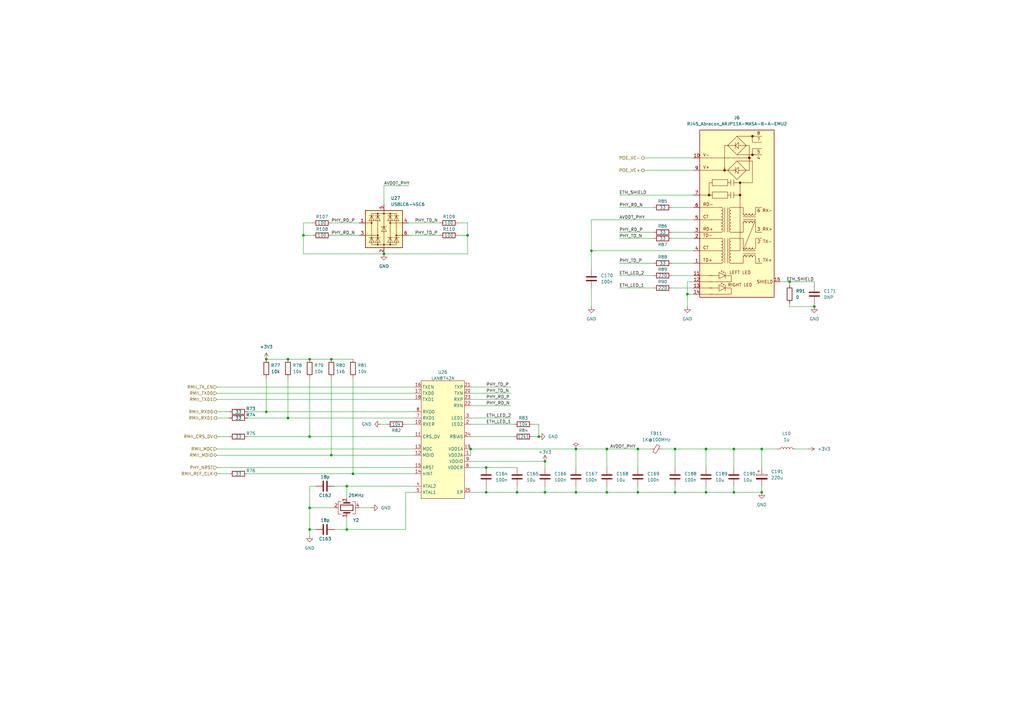
<source format=kicad_sch>
(kicad_sch (version 20211123) (generator eeschema)
  (paper "A3")
  (title_block (title "Kirdy") (date "2022-07-03") (rev "r0.1") (company "M-Labs") (comment 1 "Alex Wong Tat Hang"))
  (lib_symbols
    (symbol "Connector:RJ45_Abracon_ARJP11A-MASA-B-A-EMU2" (pin_names (offset 1.016) hide)
      (property "Reference" "J" (at 0 -38.1 0))
      (property "Value" "RJ45_Abracon_ARJP11A-MASA-B-A-EMU2" (at 0 -35.56 0))
      (symbol "RJ45_Abracon_ARJP11A-MASA-B-A-EMU2_0_0"
        (rectangle (start -15.24 -34.29) (end 15.24 34.29) (stroke (width 0.254)) (fill (type background)))
        (rectangle (start -3.81 8.89) (end -10.16 6.35))
        (polyline (pts (xy -15.24 -33.02) (xy -10.16 -33.02)))
        (polyline (pts (xy -15.24 -30.48) (xy -10.16 -30.48)))
        (polyline (pts (xy -15.24 -27.94) (xy -10.16 -27.94)))
        (polyline (pts (xy -15.24 -25.4) (xy -10.16 -25.4)))
        (polyline (pts (xy -15.24 -20.32) (xy -10.16 -20.32)))
        (polyline (pts (xy -15.24 -15.24) (xy -10.16 -15.24)))
        (polyline (pts (xy -15.24 -10.16) (xy -10.16 -10.16)))
        (polyline (pts (xy -15.24 -7.62) (xy -10.16 -7.62)))
        (polyline (pts (xy -15.24 -2.54) (xy -10.16 -2.54)))
        (polyline (pts (xy -15.24 2.54) (xy -10.16 2.54)))
        (polyline (pts (xy -15.24 22.86) (xy 5.08 22.86)))
        (polyline (pts (xy -11.43 7.62) (xy -15.24 7.62)))
        (polyline (pts (xy -11.176 -25.4) (xy -7.366 -25.4)))
        (polyline (pts (xy -10.16 7.62) (xy -11.43 7.62)))
        (polyline (pts (xy -5.08 17.78) (xy -15.24 17.78)))
        (polyline (pts (xy -5.08 17.78) (xy -3.81 17.78)))
        (polyline (pts (xy -5.08 19.05) (xy -5.08 17.78)))
        (polyline (pts (xy -3.81 7.62) (xy -2.54 7.62)))
        (polyline (pts (xy -3.81 12.7) (xy -2.54 12.7)))
        (polyline (pts (xy -2.54 8.89) (xy -2.54 6.35)))
        (polyline (pts (xy -1.27 8.89) (xy -1.27 6.35)))
        (polyline (pts (xy -1.27 13.97) (xy -1.27 11.43)))
        (polyline (pts (xy 0 21.59) (xy 6.35 21.59)))
        (polyline (pts (xy 0 24.13) (xy 10.16 24.13)))
        (polyline (pts (xy 0 31.75) (xy 10.16 31.75)))
        (polyline (pts (xy 1.27 10.16) (xy 1.27 12.7)))
        (polyline (pts (xy -10.16 12.7) (xy -11.43 12.7) (xy -11.43 7.62)))
        (polyline (pts (xy -3.81 27.94) (xy -5.08 27.94) (xy -5.08 17.78)))
        (polyline (pts (xy -1.27 12.7) (xy 0 12.7) (xy 1.27 12.7)))
        (polyline (pts (xy 1.27 12.7) (xy 6.35 12.7) (xy 6.35 21.59)))
        (polyline (pts (xy 6.35 24.13) (xy 6.35 26.67) (xy 10.16 26.67)))
        (polyline (pts (xy 6.35 31.75) (xy 6.35 29.21) (xy 10.16 29.21)))
        (polyline (pts (xy -4.826 -25.4) (xy -2.286 -25.4) (xy -2.286 -27.94) (xy -11.176 -27.94)))
        (polyline (pts (xy -2.54 -15.24) (xy -1.27 -15.24) (xy 1.27 -15.24) (xy 1.27 10.16)))
        (polyline (pts (xy 3.81 17.78) (xy 5.08 17.78) (xy 5.08 27.94) (xy 3.81 27.94)))
        (polyline (pts (xy -3.81 17.78) (xy 0 13.97) (xy 3.81 17.78) (xy 0 21.59) (xy -3.81 17.78)))
        (circle (center 1.27 7.62) (radius 0.0001) (stroke (width 0.508)))
        (text "1 TX+" (at 11.43 -19.05 0) (effects (font (size 1.27 1.27))))
        (text "2 TX-" (at 11.43 -11.43 0) (effects (font (size 1.27 1.27))))
        (text "3 RX+" (at 11.43 -6.35 0) (effects (font (size 1.27 1.27))))
        (text "4" (at 8.89 22.86 0) (effects (font (size 1.27 1.27))))
        (text "5" (at 8.89 25.4 0) (effects (font (size 1.27 1.27))))
        (text "6 RX-" (at 11.43 1.27 0) (effects (font (size 1.27 1.27))))
        (text "7" (at 8.89 30.48 0) (effects (font (size 1.27 1.27))))
        (text "8" (at 8.89 33.02 0) (effects (font (size 1.27 1.27))))
        (text "CT" (at -13.97 -1.27 0) (effects (font (size 1.27 1.27)) (justify left)))
        (text "LEFT LED" (at 1.27 -24.13 0) (effects (font (size 1.27 1.27))))
        (text "RD-" (at -13.97 3.81 0) (effects (font (size 1.27 1.27)) (justify left)))
        (text "SHIELD" (at 11.43 -27.94 0) (effects (font (size 1.27 1.27))))
        (text "V+" (at -13.97 19.05 0) (effects (font (size 1.27 1.27)) (justify left)))
        (text "V-" (at -13.97 24.13 0) (effects (font (size 1.27 1.27)) (justify left)))
      )
      (symbol "RJ45_Abracon_ARJP11A-MASA-B-A-EMU2_0_1"
        (arc (start -6.35 -16.51) (mid -5.715 -15.875) (end -6.35 -15.24))
        (arc (start -6.35 -15.24) (mid -5.715 -14.605) (end -6.35 -13.97))
        (arc (start -6.35 -13.97) (mid -6.35 -16.51) (end -6.35 -13.97))
        (arc (start -6.35 -11.43) (mid -5.715 -10.795) (end -6.35 -10.16))
        (polyline (pts (xy -6.35 -20.32) (xy -10.16 -20.32)))
        (polyline (pts (xy -6.35 -15.24) (xy -10.16 -15.24)))
        (polyline (pts (xy -6.35 -10.16) (xy -10.16 -10.16)))
        (polyline (pts (xy -6.35 -7.62) (xy -10.16 -7.62)))
        (polyline (pts (xy -6.35 -2.54) (xy -10.16 -2.54)))
        (polyline (pts (xy -6.35 2.54) (xy -10.16 2.54)))
        (polyline (pts (xy -6.096 -28.448) (xy -6.35 -28.448)))
        (polyline (pts (xy -5.334 -28.956) (xy -5.588 -28.956)))
        (polyline (pts (xy -4.826 -24.13) (xy -4.826 -26.67)))
        (polyline (pts (xy -1.27 7.62) (xy 1.27 7.62)))
        (polyline (pts (xy -0.635 17.78) (xy -3.81 17.78)))
        (polyline (pts (xy -0.635 19.05) (xy -0.635 16.51)))
        (polyline (pts (xy 0.635 17.78) (xy 3.81 17.78)))
        (polyline (pts (xy -6.604 -28.956) (xy -6.096 -28.448) (xy -6.096 -28.702)))
        (polyline (pts (xy -5.842 -29.464) (xy -5.334 -28.956) (xy -5.334 -29.21)))
        (polyline (pts (xy -7.366 -24.13) (xy -7.366 -26.67) (xy -4.826 -25.4) (xy -7.366 -24.13)))
        (polyline (pts (xy 0.635 19.05) (xy 0.635 16.51) (xy -0.635 17.78) (xy 0.635 19.05)))
      )
      (symbol "RJ45_Abracon_ARJP11A-MASA-B-A-EMU2_1_1"
        (circle (center -11.43 7.62) (radius 0.0001) (stroke (width 0.508)))
        (arc (start -6.35 -20.32) (mid -5.715 -19.685) (end -6.35 -19.05))
        (arc (start -6.35 -19.05) (mid -5.715 -18.415) (end -6.35 -17.78))
        (arc (start -6.35 -17.78) (mid -6.35 -20.32) (end -6.35 -17.78))
        (arc (start -6.35 -17.78) (mid -5.715 -17.145) (end -6.35 -16.51))
        (arc (start -6.35 -13.97) (mid -5.715 -13.335) (end -6.35 -12.7))
        (arc (start -6.35 -12.7) (mid -5.715 -12.065) (end -6.35 -11.43))
        (arc (start -6.35 -7.62) (mid -5.715 -6.985) (end -6.35 -6.35))
        (arc (start -6.35 -6.35) (mid -5.715 -5.715) (end -6.35 -5.08))
        (arc (start -6.35 -5.08) (mid -6.35 -7.62) (end -6.35 -5.08))
        (arc (start -6.35 -5.08) (mid -5.715 -4.445) (end -6.35 -3.81))
        (arc (start -6.35 -3.81) (mid -6.35 -6.35) (end -6.35 -3.81))
        (arc (start -6.35 -3.81) (mid -5.715 -3.175) (end -6.35 -2.54))
        (arc (start -6.35 -2.54) (mid -5.715 -1.905) (end -6.35 -1.27))
        (arc (start -6.35 -1.27) (mid -5.715 -0.635) (end -6.35 0))
        (arc (start -6.35 0) (mid -5.715 0.635) (end -6.35 1.27))
        (arc (start -6.35 1.27) (mid -6.35 -1.27) (end -6.35 1.27))
        (arc (start -6.35 1.27) (mid -5.715 1.905) (end -6.35 2.54))
        (circle (center -5.08 17.78) (radius 0.0001) (stroke (width 0.508)))
        (rectangle (start -3.81 13.97) (end -10.16 11.43))
        (arc (start -2.54 -19.05) (mid -3.175 -19.685) (end -2.54 -20.32))
        (arc (start -2.54 -19.05) (mid -2.54 -16.51) (end -2.54 -19.05))
        (arc (start -2.54 -17.78) (mid -3.175 -18.415) (end -2.54 -19.05))
        (arc (start -2.54 -16.51) (mid -3.175 -17.145) (end -2.54 -17.78))
        (arc (start -2.54 -15.24) (mid -3.175 -15.875) (end -2.54 -16.51))
        (arc (start -2.54 -15.24) (mid -2.54 -12.7) (end -2.54 -15.24))
        (arc (start -2.54 -13.97) (mid -3.175 -14.605) (end -2.54 -15.24))
        (arc (start -2.54 -12.7) (mid -3.175 -13.335) (end -2.54 -13.97))
        (arc (start -2.54 -11.43) (mid -3.175 -12.065) (end -2.54 -12.7))
        (arc (start -2.54 -10.16) (mid -3.175 -10.795) (end -2.54 -11.43))
        (arc (start -2.54 -6.35) (mid -3.175 -6.985) (end -2.54 -7.62))
        (arc (start -2.54 -6.35) (mid -2.54 -3.81) (end -2.54 -6.35))
        (arc (start -2.54 -5.08) (mid -3.175 -5.715) (end -2.54 -6.35))
        (arc (start -2.54 -3.81) (mid -3.175 -4.445) (end -2.54 -5.08))
        (arc (start -2.54 -3.81) (mid -2.54 -1.27) (end -2.54 -3.81))
        (arc (start -2.54 -2.54) (mid -3.175 -3.175) (end -2.54 -3.81))
        (arc (start -2.54 -1.27) (mid -3.175 -1.905) (end -2.54 -2.54))
        (arc (start -2.54 0) (mid -3.175 -0.635) (end -2.54 -1.27))
        (arc (start -2.54 0) (mid -2.54 2.54) (end -2.54 0))
        (arc (start -2.54 1.27) (mid -3.175 0.635) (end -2.54 0))
        (arc (start -2.54 2.54) (mid -3.175 1.905) (end -2.54 1.27))
        (polyline (pts (xy -11.176 -30.48) (xy -7.366 -30.48)))
        (polyline (pts (xy -6.096 -23.368) (xy -6.35 -23.368)))
        (polyline (pts (xy -5.334 -23.876) (xy -5.588 -23.876)))
        (polyline (pts (xy -5.08 -10.16) (xy -5.08 -20.32)))
        (polyline (pts (xy -5.08 2.54) (xy -5.08 -7.62)))
        (polyline (pts (xy -4.826 -29.21) (xy -4.826 -31.75)))
        (polyline (pts (xy -3.81 -20.32) (xy -3.81 -10.16)))
        (polyline (pts (xy -3.81 -7.62) (xy -3.81 2.54)))
        (polyline (pts (xy -2.54 13.97) (xy -2.54 11.43)))
        (polyline (pts (xy -0.635 27.94) (xy -3.81 27.94)))
        (polyline (pts (xy -0.635 29.21) (xy -0.635 26.67)))
        (polyline (pts (xy 0.635 27.94) (xy 3.81 27.94)))
        (polyline (pts (xy 2.54 -16.51) (xy 7.62 -16.51)))
        (polyline (pts (xy 2.54 -15.24) (xy 7.62 -2.54)))
        (polyline (pts (xy 2.54 -2.54) (xy 7.62 -2.54)))
        (polyline (pts (xy 7.62 -15.24) (xy 2.54 -15.24)))
        (polyline (pts (xy 7.62 -1.27) (xy 2.54 -1.27)))
        (polyline (pts (xy -6.604 -23.876) (xy -6.096 -23.368) (xy -6.096 -23.622)))
        (polyline (pts (xy -5.842 -24.384) (xy -5.334 -23.876) (xy -5.334 -24.13)))
        (polyline (pts (xy -2.54 -10.16) (xy 2.54 -10.16) (xy 2.54 -13.97)))
        (polyline (pts (xy -2.54 -7.62) (xy 2.54 -7.62) (xy 2.54 -3.81)))
        (polyline (pts (xy -2.54 2.54) (xy 2.54 2.54) (xy 2.54 0)))
        (polyline (pts (xy 2.54 -17.78) (xy 2.54 -20.32) (xy -2.54 -20.32)))
        (polyline (pts (xy 7.62 -17.78) (xy 7.62 -20.32) (xy 10.16 -20.32)))
        (polyline (pts (xy 7.62 -13.97) (xy 7.62 -10.16) (xy 10.16 -10.16)))
        (polyline (pts (xy 7.62 -3.81) (xy 7.62 -7.62) (xy 10.16 -7.62)))
        (polyline (pts (xy 7.62 0) (xy 7.62 2.54) (xy 10.16 2.54)))
        (polyline (pts (xy -7.366 -29.21) (xy -7.366 -31.75) (xy -4.826 -30.48) (xy -7.366 -29.21)))
        (polyline (pts (xy -4.826 -30.48) (xy -2.286 -30.48) (xy -2.286 -33.02) (xy -11.176 -33.02)))
        (polyline (pts (xy 0.635 29.21) (xy 0.635 26.67) (xy -0.635 27.94) (xy 0.635 29.21)))
        (polyline (pts (xy -3.81 27.94) (xy 0 24.13) (xy 3.81 27.94) (xy 0 31.75) (xy -3.81 27.94)))
        (circle (center 1.27 12.7) (radius 0.0001) (stroke (width 0.508)))
        (arc (start 2.54 -17.78) (mid 5.08 -17.78) (end 2.54 -17.78))
        (arc (start 2.54 -13.97) (mid 3.175 -14.605) (end 3.81 -13.97))
        (arc (start 2.54 -13.97) (mid 3.175 -14.605) (end 3.81 -13.97))
        (arc (start 2.54 -3.81) (mid 5.08 -3.81) (end 2.54 -3.81))
        (arc (start 2.54 0) (mid 3.175 -0.635) (end 3.81 0))
        (arc (start 2.54 0) (mid 3.175 -0.635) (end 3.81 0))
        (arc (start 3.81 -17.78) (mid 3.175 -17.145) (end 2.54 -17.78))
        (arc (start 3.81 -17.78) (mid 3.175 -17.145) (end 2.54 -17.78))
        (arc (start 3.81 -13.97) (mid 1.27 -13.97) (end 3.81 -13.97))
        (arc (start 3.81 -13.97) (mid 4.445 -14.605) (end 5.08 -13.97))
        (arc (start 3.81 -3.81) (mid 3.175 -3.175) (end 2.54 -3.81))
        (arc (start 3.81 -3.81) (mid 3.175 -3.175) (end 2.54 -3.81))
        (arc (start 3.81 0) (mid 1.27 0) (end 3.81 0))
        (arc (start 3.81 0) (mid 4.445 -0.635) (end 5.08 0))
        (arc (start 5.08 -17.78) (mid 4.445 -17.145) (end 3.81 -17.78))
        (arc (start 5.08 -17.78) (mid 7.62 -17.78) (end 5.08 -17.78))
        (arc (start 5.08 -13.97) (mid 5.715 -14.605) (end 6.35 -13.97))
        (arc (start 5.08 -13.97) (mid 5.715 -14.605) (end 6.35 -13.97))
        (arc (start 5.08 -3.81) (mid 4.445 -3.175) (end 3.81 -3.81))
        (arc (start 5.08 -3.81) (mid 7.62 -3.81) (end 5.08 -3.81))
        (arc (start 5.08 0) (mid 5.715 -0.635) (end 6.35 0))
        (arc (start 5.08 0) (mid 5.715 -0.635) (end 6.35 0))
        (circle (center 5.08 22.86) (radius 0.0001) (stroke (width 0.508)))
        (circle (center 5.08 22.86) (radius 0.0001) (stroke (width 0.508)))
        (arc (start 6.35 -17.78) (mid 5.715 -17.145) (end 5.08 -17.78))
        (arc (start 6.35 -17.78) (mid 5.715 -17.145) (end 5.08 -17.78))
        (arc (start 6.35 -13.97) (mid 3.81 -13.97) (end 6.35 -13.97))
        (arc (start 6.35 -13.97) (mid 6.985 -14.605) (end 7.62 -13.97))
        (arc (start 6.35 -3.81) (mid 5.715 -3.175) (end 5.08 -3.81))
        (arc (start 6.35 -3.81) (mid 5.715 -3.175) (end 5.08 -3.81))
        (arc (start 6.35 0) (mid 3.81 0) (end 6.35 0))
        (arc (start 6.35 0) (mid 6.985 -0.635) (end 7.62 0))
        (circle (center 6.35 24.13) (radius 0.0001) (stroke (width 0.508)))
        (circle (center 6.35 31.75) (radius 0.0001) (stroke (width 0.508)))
        (arc (start 7.62 -17.78) (mid 6.985 -17.145) (end 6.35 -17.78))
        (arc (start 7.62 -3.81) (mid 6.985 -3.175) (end 6.35 -3.81))
        (text "CT" (at -13.97 -13.97 0) (effects (font (size 1.27 1.27)) (justify left)))
        (text "RD+" (at -13.97 -6.35 0) (effects (font (size 1.27 1.27)) (justify left)))
        (text "RIGHT LED" (at 1.27 -29.21 0) (effects (font (size 1.27 1.27))))
        (text "TD+" (at -13.97 -19.05 0) (effects (font (size 1.27 1.27)) (justify left)))
        (text "TD-" (at -13.97 -8.89 0) (effects (font (size 1.27 1.27)) (justify left)))
        (pin passive line (at -17.78 -20.32 0) (length 2.54) (name "TD+") (number "1"))
        (pin power_out line (at -17.78 22.86 0) (length 2.54) (name "V-") (number "10"))
        (pin passive line (at -17.78 -25.4 0) (length 2.54) (name "LLED+") (number "11"))
        (pin passive line (at -17.78 -27.94 0) (length 2.54) (name "LLED-") (number "12"))
        (pin passive line (at -17.78 -30.48 0) (length 2.54) (name "RLED+") (number "13"))
        (pin passive line (at -17.78 -33.02 0) (length 2.54) (name "RLED-") (number "14"))
        (pin passive line (at 17.78 -27.94 180) (length 2.54) (name "SHIELD") (number "15"))
        (pin passive line (at -17.78 -10.16 0) (length 2.54) (name "TD-") (number "2"))
        (pin passive line (at -17.78 -7.62 0) (length 2.54) (name "RD+") (number "3"))
        (pin passive line (at -17.78 -15.24 0) (length 2.54) (name "CT") (number "4"))
        (pin passive line (at -17.78 -2.54 0) (length 2.54) (name "CT") (number "5"))
        (pin passive line (at -17.78 2.54 0) (length 2.54) (name "RD-") (number "6"))
        (pin passive line (at -17.78 7.62 0) (length 2.54) (name "7") (number "7"))
        (pin power_out line (at -17.78 17.78 0) (length 2.54) (name "V+") (number "9"))
      )
    )
    (symbol "Device:C" (pin_numbers hide) (pin_names (offset 0.254))
      (property "Reference" "C" (at 0.635 2.54 0))
      (property "Value" "C" (at 0.635 -2.54 0))
      (symbol "C_0_1"
        (polyline (pts (xy -2.032 -0.762) (xy 2.032 -0.762)) (stroke (width 0.508)))
        (polyline (pts (xy -2.032 0.762) (xy 2.032 0.762)) (stroke (width 0.508)))
      )
      (symbol "C_1_1"
        (pin passive line (at 0 3.81 270) (length 2.794) (name "~") (number "1"))
        (pin passive line (at 0 -3.81 90) (length 2.794) (name "~") (number "2"))
      )
    )
    (symbol "Device:C_Polarized" (pin_numbers hide) (pin_names (offset 0.254))
      (property "Reference" "C" (at 0.635 2.54 0))
      (property "Value" "C_Polarized" (at 0.635 -2.54 0))
      (symbol "C_Polarized_0_1"
        (rectangle (start -2.286 0.508) (end 2.286 1.016))
        (polyline (pts (xy -1.778 2.286) (xy -0.762 2.286)))
        (polyline (pts (xy -1.27 2.794) (xy -1.27 1.778)))
        (rectangle (start 2.286 -0.508) (end -2.286 -1.016) (fill (type outline)))
      )
      (symbol "C_Polarized_1_1"
        (pin passive line (at 0 3.81 270) (length 2.794) (name "~") (number "1"))
        (pin passive line (at 0 -3.81 90) (length 2.794) (name "~") (number "2"))
      )
    )
    (symbol "Device:Crystal_GND24" (pin_names (offset 1.016) hide)
      (property "Reference" "Y" (at 3.175 5.08 0))
      (property "Value" "Crystal_GND24" (at 3.175 3.175 0))
      (symbol "Crystal_GND24_0_1"
        (rectangle (start -1.143 2.54) (end 1.143 -2.54) (stroke (width 0.3048)))
        (polyline (pts (xy -2.54 0) (xy -2.032 0)))
        (polyline (pts (xy -2.032 -1.27) (xy -2.032 1.27)) (stroke (width 0.508)))
        (polyline (pts (xy 0 -3.81) (xy 0 -3.556)))
        (polyline (pts (xy 0 3.556) (xy 0 3.81)))
        (polyline (pts (xy 2.032 -1.27) (xy 2.032 1.27)) (stroke (width 0.508)))
        (polyline (pts (xy 2.032 0) (xy 2.54 0)))
        (polyline (pts (xy -2.54 -2.286) (xy -2.54 -3.556) (xy 2.54 -3.556) (xy 2.54 -2.286)))
        (polyline (pts (xy -2.54 2.286) (xy -2.54 3.556) (xy 2.54 3.556) (xy 2.54 2.286)))
      )
      (symbol "Crystal_GND24_1_1"
        (pin passive line (at -3.81 0 0) (length 1.27) (name "1") (number "1"))
        (pin passive line (at 0 5.08 270) (length 1.27) (name "2") (number "2"))
        (pin passive line (at 3.81 0 180) (length 1.27) (name "3") (number "3"))
        (pin passive line (at 0 -5.08 90) (length 1.27) (name "4") (number "4"))
      )
    )
    (symbol "Device:FerriteBead_Small" (pin_numbers hide) (pin_names (offset 0))
      (property "Reference" "FB" (at 1.905 1.27 0))
      (property "Value" "FerriteBead_Small" (at 1.905 -1.27 0))
      (symbol "FerriteBead_Small_0_1"
        (polyline (pts (xy 0 -1.27) (xy 0 -0.7874)))
        (polyline (pts (xy 0 0.889) (xy 0 1.2954)))
        (polyline (pts (xy -1.8288 0.2794) (xy -1.1176 1.4986) (xy 1.8288 -0.2032) (xy 1.1176 -1.4224) (xy -1.8288 0.2794)))
      )
      (symbol "FerriteBead_Small_1_1"
        (pin passive line (at 0 2.54 270) (length 1.27) (name "~") (number "1"))
        (pin passive line (at 0 -2.54 90) (length 1.27) (name "~") (number "2"))
      )
    )
    (symbol "Device:L" (pin_numbers hide) (pin_names (offset 1.016) hide)
      (property "Reference" "L" (at -1.27 0 90))
      (property "Value" "L" (at 1.905 0 90))
      (symbol "L_0_1"
        (arc (start 0 -2.54) (mid 0.635 -1.905) (end 0 -1.27))
        (arc (start 0 -1.27) (mid 0.635 -0.635) (end 0 0))
        (arc (start 0 0) (mid 0.635 0.635) (end 0 1.27))
        (arc (start 0 1.27) (mid 0.635 1.905) (end 0 2.54))
      )
      (symbol "L_1_1"
        (pin passive line (at 0 3.81 270) (length 1.27) (name "1") (number "1"))
        (pin passive line (at 0 -3.81 90) (length 1.27) (name "2") (number "2"))
      )
    )
    (symbol "Device:R" (pin_numbers hide) (pin_names (offset 0))
      (property "Reference" "R" (at 2.032 0 90))
      (property "Value" "R" (at 0 0 90))
      (symbol "R_0_1"
        (rectangle (start -1.016 -2.54) (end 1.016 2.54) (stroke (width 0.254)))
      )
      (symbol "R_1_1"
        (pin passive line (at 0 3.81 270) (length 1.27) (name "~") (number "1"))
        (pin passive line (at 0 -3.81 90) (length 1.27) (name "~") (number "2"))
      )
    )
    (symbol "Power_Protection:USBLC6-4SC6" (pin_names hide)
      (property "Reference" "U" (at 2.54 8.89 0))
      (property "Value" "USBLC6-4SC6" (at 2.54 -8.89 0))
      (symbol "USBLC6-4SC6_0_1"
        (rectangle (start -7.62 -7.62) (end 7.62 7.62) (stroke (width 0.254)) (fill (type background)))
        (circle (center -5.08 2.54) (radius 0.254) (fill (type outline)))
        (circle (center -2.54 -6.35) (radius 0.254) (fill (type outline)))
        (circle (center -2.54 -2.54) (radius 0.254) (fill (type outline)))
        (circle (center -2.54 6.35) (radius 0.254) (fill (type outline)))
        (rectangle (start -2.54 6.35) (end 2.54 -6.35))
        (circle (center 0 -6.35) (radius 0.254) (fill (type outline)))
        (polyline (pts (xy -5.08 2.54) (xy -7.62 2.54)))
        (polyline (pts (xy -4.064 -3.429) (xy -6.096 -3.429)))
        (polyline (pts (xy -4.064 5.461) (xy -6.096 5.461)))
        (polyline (pts (xy -2.54 -2.54) (xy -7.62 -2.54)))
        (polyline (pts (xy -1.524 -3.429) (xy -3.556 -3.429)))
        (polyline (pts (xy -1.524 5.461) (xy -3.556 5.461)))
        (polyline (pts (xy 0 -7.62) (xy 0 -6.35)))
        (polyline (pts (xy 0 -6.35) (xy 0 1.27)))
        (polyline (pts (xy 0 1.27) (xy 0 6.35)))
        (polyline (pts (xy 0 6.35) (xy 0 7.62)))
        (polyline (pts (xy 1.524 -3.429) (xy 3.556 -3.429)))
        (polyline (pts (xy 1.524 5.461) (xy 3.556 5.461)))
        (polyline (pts (xy 2.54 2.54) (xy 7.62 2.54)))
        (polyline (pts (xy 4.064 -3.429) (xy 6.096 -3.429)))
        (polyline (pts (xy 4.064 5.461) (xy 6.096 5.461)))
        (polyline (pts (xy 5.08 -2.54) (xy 7.62 -2.54)))
        (polyline (pts (xy -6.096 -5.461) (xy -4.064 -5.461) (xy -5.08 -3.429) (xy -6.096 -5.461)))
        (polyline (pts (xy -6.096 3.429) (xy -4.064 3.429) (xy -5.08 5.461) (xy -6.096 3.429)))
        (polyline (pts (xy -3.556 -5.461) (xy -1.524 -5.461) (xy -2.54 -3.429) (xy -3.556 -5.461)))
        (polyline (pts (xy -3.556 3.429) (xy -1.524 3.429) (xy -2.54 5.461) (xy -3.556 3.429)))
        (polyline (pts (xy -2.54 6.35) (xy -5.08 6.35) (xy -5.08 -6.35) (xy -2.54 -6.35)))
        (polyline (pts (xy -1.016 -1.016) (xy 1.016 -1.016) (xy 0 1.016) (xy -1.016 -1.016)))
        (polyline (pts (xy 1.016 1.016) (xy 0.762 1.016) (xy -1.016 1.016) (xy -1.016 0.508)))
        (polyline (pts (xy 2.54 6.35) (xy 5.08 6.35) (xy 5.08 -6.35) (xy 2.54 -6.35)))
        (polyline (pts (xy 3.556 -5.461) (xy 1.524 -5.461) (xy 2.54 -3.429) (xy 3.556 -5.461)))
        (polyline (pts (xy 3.556 3.429) (xy 1.524 3.429) (xy 2.54 5.461) (xy 3.556 3.429)))
        (polyline (pts (xy 6.096 -5.461) (xy 4.064 -5.461) (xy 5.08 -3.429) (xy 6.096 -5.461)))
        (polyline (pts (xy 6.096 3.429) (xy 4.064 3.429) (xy 5.08 5.461) (xy 6.096 3.429)))
        (circle (center 0 6.35) (radius 0.254) (fill (type outline)))
        (circle (center 2.54 -6.35) (radius 0.254) (fill (type outline)))
        (circle (center 2.54 2.54) (radius 0.254) (fill (type outline)))
        (circle (center 2.54 6.35) (radius 0.254) (fill (type outline)))
        (circle (center 5.08 -2.54) (radius 0.254) (fill (type outline)))
      )
      (symbol "USBLC6-4SC6_1_1"
        (pin passive line (at -10.16 2.54 0) (length 2.54) (name "I/O1") (number "1"))
        (pin passive line (at 0 -10.16 90) (length 2.54) (name "GND") (number "2"))
        (pin passive line (at -10.16 -2.54 0) (length 2.54) (name "I/O2") (number "3"))
        (pin passive line (at 10.16 2.54 180) (length 2.54) (name "I/O3") (number "4"))
        (pin passive line (at 0 10.16 270) (length 2.54) (name "VBUS") (number "5"))
        (pin passive line (at 10.16 -2.54 180) (length 2.54) (name "I/O4") (number "6"))
      )
    )
    (symbol "kirdy:LAN8742A"
      (property "Reference" "U" (at 0 -30.48 0))
      (property "Value" "LAN8742A" (at 0 -27.94 0))
      (symbol "LAN8742A_0_0"
        (pin power_in line (at 10.16 -7.62 180) (length 2.54) (name "VDD2A") (number "1"))
        (pin bidirectional line (at -12.7 5.08 0) (length 2.54) (name "RXER") (number "10"))
        (pin output line (at -12.7 0 0) (length 2.54) (name "CRS_DV") (number "11"))
        (pin bidirectional line (at -12.7 -7.62 0) (length 2.54) (name "MDIO") (number "12"))
        (pin input line (at -12.7 -5.08 0) (length 2.54) (name "MDC") (number "13"))
        (pin output line (at -12.7 -15.24 0) (length 2.54) (name "nINT") (number "14"))
        (pin input line (at -12.7 -12.7 0) (length 2.54) (name "nRST") (number "15"))
        (pin input line (at -12.7 20.32 0) (length 2.54) (name "TXEN") (number "16"))
        (pin input line (at -12.7 17.78 0) (length 2.54) (name "TXD0") (number "17"))
        (pin input line (at -12.7 15.24 0) (length 2.54) (name "TXD1") (number "18"))
        (pin power_in line (at 10.16 -5.08 180) (length 2.54) (name "VDD1A") (number "19"))
        (pin output line (at 10.16 5.08 180) (length 2.54) (name "LED2") (number "2"))
        (pin bidirectional line (at 10.16 17.78 180) (length 2.54) (name "TXN") (number "20"))
        (pin bidirectional line (at 10.16 20.32 180) (length 2.54) (name "TXP") (number "21"))
        (pin bidirectional line (at 10.16 12.7 180) (length 2.54) (name "RXN") (number "22"))
        (pin bidirectional line (at 10.16 15.24 180) (length 2.54) (name "RXP") (number "23"))
        (pin passive line (at 10.16 0 180) (length 2.54) (name "RBIAS") (number "24"))
        (pin power_in line (at 10.16 -22.86 180) (length 2.54) (name "EP") (number "25"))
        (pin output line (at 10.16 7.62 180) (length 2.54) (name "LED1") (number "3"))
        (pin input line (at -12.7 -20.32 0) (length 2.54) (name "XTAL2") (number "4"))
        (pin input line (at -12.7 -22.86 0) (length 2.54) (name "XTAL1") (number "5"))
        (pin passive line (at 10.16 -12.7 180) (length 2.54) (name "VDDCR") (number "6"))
        (pin output line (at -12.7 7.62 0) (length 2.54) (name "RXD1") (number "7"))
        (pin output line (at -12.7 10.16 0) (length 2.54) (name "RXD0") (number "8"))
        (pin power_in line (at 10.16 -10.16 180) (length 2.54) (name "VDDIO") (number "9"))
      )
      (symbol "LAN8742A_0_1"
        (rectangle (start -10.16 22.86) (end 7.62 -25.4) (fill (type background)))
      )
    )
    (symbol "power:+3V3" (power) (pin_names (offset 0))
      (property "Value" "+3V3" (at 0 3.556 0))
      (symbol "+3V3_0_1"
        (polyline (pts (xy -0.762 1.27) (xy 0 2.54)))
        (polyline (pts (xy 0 0) (xy 0 2.54)))
        (polyline (pts (xy 0 2.54) (xy 0.762 1.27)))
      )
      (symbol "+3V3_1_1"
        (pin power_in line (at 0 0 90) (length 0) hide (name "+3V3") (number "1"))
      )
    )
    (symbol "power:GND" (power) (pin_names (offset 0))
      (property "Value" "GND" (at 0 -3.81 0))
      (symbol "GND_0_1"
        (polyline (pts (xy 0 0) (xy 0 -1.27) (xy 1.27 -1.27) (xy 0 -2.54) (xy -1.27 -1.27) (xy 0 -1.27)))
      )
      (symbol "GND_1_1"
        (pin power_in line (at 0 0 270) (length 0) hide (name "GND") (number "1"))
      )
    )
    (symbol "power:PWR_FLAG" (power) (pin_numbers hide) (pin_names (offset 0) hide)
      (property "Value" "PWR_FLAG" (at 0 3.81 0))
      (symbol "PWR_FLAG_0_0"
        (pin power_out line (at 0 0 90) (length 0) (name "pwr") (number "1"))
      )
      (symbol "PWR_FLAG_0_1"
        (polyline (pts (xy 0 0) (xy 0 1.27) (xy -1.016 1.905) (xy 0 2.54) (xy 1.016 1.905) (xy 0 1.27)))
      )
    )
  )
  (junction (at 312.42 184.15))
  (junction (at 223.52 201.93))
  (junction (at 127 217.17))
  (junction (at 334.01 125.73))
  (junction (at 109.22 168.91))
  (junction (at 281.94 120.65))
  (junction (at 300.99 201.93))
  (junction (at 191.77 96.52))
  (junction (at 135.89 147.32))
  (junction (at 300.99 184.15))
  (junction (at 124.46 96.52))
  (junction (at 236.22 184.15))
  (junction (at 135.89 186.69))
  (junction (at 212.09 201.93))
  (junction (at 248.92 184.15))
  (junction (at 127 147.32))
  (junction (at 109.22 147.32))
  (junction (at 289.56 184.15))
  (junction (at 118.11 171.45))
  (junction (at 144.78 194.31))
  (junction (at 242.57 102.87))
  (junction (at 323.85 115.57))
  (junction (at 312.42 201.93))
  (junction (at 220.98 179.07))
  (junction (at 236.22 201.93))
  (junction (at 276.86 201.93))
  (junction (at 199.39 201.93))
  (junction (at 127 208.28))
  (junction (at 157.48 104.14))
  (junction (at 261.62 201.93))
  (junction (at 142.24 217.17))
  (junction (at 199.39 191.77))
  (junction (at 276.86 184.15))
  (junction (at 127 179.07))
  (junction (at 261.62 184.15))
  (junction (at 248.92 201.93))
  (junction (at 223.52 189.23))
  (junction (at 118.11 147.32))
  (junction (at 142.24 199.39))
  (junction (at 193.04 184.15))
  (junction (at 289.56 201.93))
  (wire (pts (xy 127 147.32) (xy 135.89 147.32)))
  (wire (pts (xy 289.56 184.15) (xy 300.99 184.15)))
  (wire (pts (xy 276.86 184.15) (xy 289.56 184.15)))
  (wire (pts (xy 88.9 186.69) (xy 135.89 186.69)))
  (wire (pts (xy 212.09 199.39) (xy 212.09 201.93)))
  (wire (pts (xy 254 95.25) (xy 267.97 95.25)))
  (wire (pts (xy 275.59 95.25) (xy 284.48 95.25)))
  (wire (pts (xy 323.85 115.57) (xy 323.85 116.84)))
  (wire (pts (xy 191.77 91.44) (xy 187.96 91.44)))
  (wire (pts (xy 236.22 199.39) (xy 236.22 201.93)))
  (wire (pts (xy 193.04 179.07) (xy 210.82 179.07)))
  (wire (pts (xy 220.98 173.99) (xy 220.98 179.07)))
  (wire (pts (xy 193.04 166.37) (xy 209.55 166.37)))
  (wire (pts (xy 88.9 168.91) (xy 93.98 168.91)))
  (wire (pts (xy 191.77 96.52) (xy 187.96 96.52)))
  (wire (pts (xy 236.22 201.93) (xy 248.92 201.93)))
  (wire (pts (xy 320.04 115.57) (xy 323.85 115.57)))
  (wire (pts (xy 109.22 154.94) (xy 109.22 168.91)))
  (wire (pts (xy 88.9 171.45) (xy 93.98 171.45)))
  (wire (pts (xy 135.89 96.52) (xy 147.32 96.52)))
  (wire (pts (xy 242.57 102.87) (xy 284.48 102.87)))
  (wire (pts (xy 127 154.94) (xy 127 179.07)))
  (wire (pts (xy 300.99 199.39) (xy 300.99 201.93)))
  (wire (pts (xy 281.94 115.57) (xy 281.94 120.65)))
  (wire (pts (xy 326.39 184.15) (xy 331.47 184.15)))
  (wire (pts (xy 289.56 201.93) (xy 276.86 201.93)))
  (wire (pts (xy 254 118.11) (xy 267.97 118.11)))
  (wire (pts (xy 127 208.28) (xy 137.16 208.28)))
  (wire (pts (xy 166.37 201.93) (xy 170.18 201.93)))
  (wire (pts (xy 242.57 125.73) (xy 242.57 118.11)))
  (wire (pts (xy 137.16 217.17) (xy 142.24 217.17)))
  (wire (pts (xy 312.42 199.39) (xy 312.42 201.93)))
  (wire (pts (xy 127 208.28) (xy 127 199.39)))
  (wire (pts (xy 323.85 125.73) (xy 334.01 125.73)))
  (wire (pts (xy 312.42 184.15) (xy 312.42 191.77)))
  (wire (pts (xy 135.89 91.44) (xy 147.32 91.44)))
  (wire (pts (xy 199.39 191.77) (xy 212.09 191.77)))
  (wire (pts (xy 142.24 199.39) (xy 170.18 199.39)))
  (wire (pts (xy 275.59 113.03) (xy 284.48 113.03)))
  (wire (pts (xy 144.78 194.31) (xy 170.18 194.31)))
  (wire (pts (xy 193.04 184.15) (xy 193.04 186.69)))
  (wire (pts (xy 147.32 208.28) (xy 152.4 208.28)))
  (wire (pts (xy 261.62 184.15) (xy 261.62 191.77)))
  (wire (pts (xy 264.16 69.85) (xy 284.48 69.85)))
  (wire (pts (xy 199.39 201.93) (xy 212.09 201.93)))
  (wire (pts (xy 289.56 199.39) (xy 289.56 201.93)))
  (wire (pts (xy 223.52 201.93) (xy 236.22 201.93)))
  (wire (pts (xy 118.11 171.45) (xy 170.18 171.45)))
  (wire (pts (xy 248.92 199.39) (xy 248.92 201.93)))
  (wire (pts (xy 88.9 194.31) (xy 93.98 194.31)))
  (wire (pts (xy 101.6 179.07) (xy 127 179.07)))
  (wire (pts (xy 218.44 179.07) (xy 220.98 179.07)))
  (wire (pts (xy 127 219.71) (xy 127 217.17)))
  (wire (pts (xy 261.62 201.93) (xy 261.62 199.39)))
  (wire (pts (xy 254 113.03) (xy 267.97 113.03)))
  (wire (pts (xy 193.04 158.75) (xy 209.55 158.75)))
  (wire (pts (xy 261.62 184.15) (xy 266.7 184.15)))
  (wire (pts (xy 88.9 184.15) (xy 170.18 184.15)))
  (wire (pts (xy 223.52 199.39) (xy 223.52 201.93)))
  (wire (pts (xy 124.46 104.14) (xy 157.48 104.14)))
  (wire (pts (xy 248.92 184.15) (xy 261.62 184.15)))
  (wire (pts (xy 193.04 184.15) (xy 236.22 184.15)))
  (wire (pts (xy 242.57 102.87) (xy 242.57 110.49)))
  (wire (pts (xy 144.78 154.94) (xy 144.78 194.31)))
  (wire (pts (xy 88.9 179.07) (xy 93.98 179.07)))
  (wire (pts (xy 191.77 104.14) (xy 157.48 104.14)))
  (wire (pts (xy 193.04 191.77) (xy 199.39 191.77)))
  (wire (pts (xy 88.9 191.77) (xy 170.18 191.77)))
  (wire (pts (xy 157.48 76.2) (xy 167.64 76.2)))
  (wire (pts (xy 276.86 184.15) (xy 276.86 191.77)))
  (wire (pts (xy 284.48 90.17) (xy 242.57 90.17)))
  (wire (pts (xy 88.9 158.75) (xy 170.18 158.75)))
  (wire (pts (xy 193.04 201.93) (xy 199.39 201.93)))
  (wire (pts (xy 166.37 173.99) (xy 170.18 173.99)))
  (wire (pts (xy 193.04 173.99) (xy 210.82 173.99)))
  (wire (pts (xy 127 217.17) (xy 129.54 217.17)))
  (wire (pts (xy 218.44 173.99) (xy 220.98 173.99)))
  (wire (pts (xy 289.56 184.15) (xy 289.56 191.77)))
  (wire (pts (xy 167.64 91.44) (xy 180.34 91.44)))
  (wire (pts (xy 275.59 85.09) (xy 284.48 85.09)))
  (wire (pts (xy 312.42 201.93) (xy 300.99 201.93)))
  (wire (pts (xy 118.11 147.32) (xy 127 147.32)))
  (wire (pts (xy 167.64 96.52) (xy 180.34 96.52)))
  (wire (pts (xy 127 199.39) (xy 129.54 199.39)))
  (wire (pts (xy 254 80.01) (xy 284.48 80.01)))
  (wire (pts (xy 281.94 125.73) (xy 281.94 120.65)))
  (wire (pts (xy 124.46 91.44) (xy 124.46 96.52)))
  (wire (pts (xy 109.22 168.91) (xy 170.18 168.91)))
  (wire (pts (xy 142.24 217.17) (xy 166.37 217.17)))
  (wire (pts (xy 191.77 91.44) (xy 191.77 96.52)))
  (wire (pts (xy 118.11 154.94) (xy 118.11 171.45)))
  (wire (pts (xy 300.99 201.93) (xy 289.56 201.93)))
  (wire (pts (xy 124.46 96.52) (xy 124.46 104.14)))
  (wire (pts (xy 254 85.09) (xy 267.97 85.09)))
  (wire (pts (xy 276.86 199.39) (xy 276.86 201.93)))
  (wire (pts (xy 127 217.17) (xy 127 208.28)))
  (wire (pts (xy 275.59 118.11) (xy 284.48 118.11)))
  (wire (pts (xy 334.01 115.57) (xy 334.01 116.84)))
  (wire (pts (xy 193.04 189.23) (xy 223.52 189.23)))
  (wire (pts (xy 334.01 124.46) (xy 334.01 125.73)))
  (wire (pts (xy 135.89 186.69) (xy 170.18 186.69)))
  (wire (pts (xy 124.46 91.44) (xy 128.27 91.44)))
  (wire (pts (xy 142.24 204.47) (xy 142.24 199.39)))
  (wire (pts (xy 127 179.07) (xy 170.18 179.07)))
  (wire (pts (xy 300.99 184.15) (xy 300.99 191.77)))
  (wire (pts (xy 236.22 184.15) (xy 236.22 191.77)))
  (wire (pts (xy 88.9 163.83) (xy 170.18 163.83)))
  (wire (pts (xy 124.46 96.52) (xy 128.27 96.52)))
  (wire (pts (xy 276.86 201.93) (xy 261.62 201.93)))
  (wire (pts (xy 248.92 184.15) (xy 248.92 191.77)))
  (wire (pts (xy 135.89 147.32) (xy 144.78 147.32)))
  (wire (pts (xy 142.24 212.09) (xy 142.24 217.17)))
  (wire (pts (xy 275.59 97.79) (xy 284.48 97.79)))
  (wire (pts (xy 300.99 184.15) (xy 312.42 184.15)))
  (wire (pts (xy 166.37 217.17) (xy 166.37 201.93)))
  (wire (pts (xy 193.04 171.45) (xy 209.55 171.45)))
  (wire (pts (xy 271.78 184.15) (xy 276.86 184.15)))
  (wire (pts (xy 312.42 184.15) (xy 318.77 184.15)))
  (wire (pts (xy 101.6 168.91) (xy 109.22 168.91)))
  (wire (pts (xy 254 97.79) (xy 267.97 97.79)))
  (wire (pts (xy 101.6 171.45) (xy 118.11 171.45)))
  (wire (pts (xy 212.09 201.93) (xy 223.52 201.93)))
  (wire (pts (xy 193.04 161.29) (xy 209.55 161.29)))
  (wire (pts (xy 236.22 184.15) (xy 248.92 184.15)))
  (wire (pts (xy 191.77 96.52) (xy 191.77 104.14)))
  (wire (pts (xy 281.94 120.65) (xy 284.48 120.65)))
  (wire (pts (xy 193.04 163.83) (xy 209.55 163.83)))
  (wire (pts (xy 275.59 107.95) (xy 284.48 107.95)))
  (wire (pts (xy 101.6 194.31) (xy 144.78 194.31)))
  (wire (pts (xy 137.16 199.39) (xy 142.24 199.39)))
  (wire (pts (xy 264.16 64.77) (xy 284.48 64.77)))
  (wire (pts (xy 157.48 76.2) (xy 157.48 83.82)))
  (wire (pts (xy 242.57 90.17) (xy 242.57 102.87)))
  (wire (pts (xy 248.92 201.93) (xy 261.62 201.93)))
  (wire (pts (xy 284.48 115.57) (xy 281.94 115.57)))
  (wire (pts (xy 323.85 115.57) (xy 334.01 115.57)))
  (wire (pts (xy 323.85 124.46) (xy 323.85 125.73)))
  (wire (pts (xy 109.22 147.32) (xy 118.11 147.32)))
  (wire (pts (xy 254 107.95) (xy 267.97 107.95)))
  (wire (pts (xy 135.89 154.94) (xy 135.89 186.69)))
  (wire (pts (xy 223.52 189.23) (xy 223.52 191.77)))
  (wire (pts (xy 199.39 199.39) (xy 199.39 201.93)))
  (wire (pts (xy 156.21 173.99) (xy 158.75 173.99)))
  (wire (pts (xy 88.9 161.29) (xy 170.18 161.29)))
  (label "PHY_TD_P" (at 199.39 158.75 0))
  (label "PHY_TD_P" (at 254 107.95 0))
  (label "PHY_RD_N" (at 254 85.09 0))
  (label "AVDDT_PHY" (at 157.48 76.2 0))
  (label "PHY_RD_P" (at 254 95.25 0))
  (label "ETH_SHIELD" (at 254 80.01 0))
  (label "ETH_LED_1" (at 254 118.11 0))
  (label "PHY_TD_N" (at 199.39 161.29 0))
  (label "PHY_RD_P" (at 199.39 163.83 0))
  (label "PHY_TD_N" (at 170.18 91.44 0))
  (label "PHY_TD_N" (at 254 97.79 0))
  (label "PHY_RD_N" (at 199.39 166.37 0))
  (label "ETH_LED_2" (at 199.39 171.45 0))
  (label "PHY_RD_P" (at 135.89 91.44 0))
  (label "AVDDT_PHY" (at 254 90.17 0))
  (label "AVDDT_PHY" (at 250.19 184.15 0))
  (label "ETH_LED_2" (at 254 113.03 0))
  (label "PHY_RD_N" (at 135.89 96.52 0))
  (label "ETH_LED_1" (at 199.39 173.99 0))
  (label "PHY_TD_P" (at 170.18 96.52 0))
  (label "ETH_SHIELD" (at 322.58 115.57 0))
  (hierarchical_label "RMII_MDC" (shape input) (at 88.9 184.15 180))
  (hierarchical_label "RMII_TXD1" (shape input) (at 88.9 163.83 180))
  (hierarchical_label "RMII_RXD1" (shape output) (at 88.9 171.45 180))
  (hierarchical_label "RMII_RXD0" (shape output) (at 88.9 168.91 180))
  (hierarchical_label "RMII_CRS_DV" (shape output) (at 88.9 179.07 180))
  (hierarchical_label "RMII_MDIO" (shape bidirectional) (at 88.9 186.69 180))
  (hierarchical_label "RMII_REF_CLK" (shape output) (at 88.9 194.31 180))
  (hierarchical_label "POE_VC-" (shape output) (at 264.16 64.77 180))
  (hierarchical_label "RMII_TX_EN" (shape input) (at 88.9 158.75 180))
  (hierarchical_label "PHY_NRST" (shape input) (at 88.9 191.77 180))
  (hierarchical_label "POE_VC+" (shape output) (at 264.16 69.85 180))
  (hierarchical_label "RMII_TXD0" (shape input) (at 88.9 161.29 180))
  (symbol (lib_id "Device:C") (at 199.39 195.58 0) (unit 1)
    (property "Reference" "C164" (at 203.2 194.3099 0) (effects (justify left)))
    (property "Value" "100n" (at 203.2 196.8499 0) (effects (justify left)))
    (property "Footprint" "Capacitor_SMD:C_0603_1608Metric" (effects hide))
    (property "MFR_PN" "CL10B104KB8NNWC" (effects hide))
    (property "MFR_PN_ALT" "CL10B104KB8NNNL" (effects hide))
  )
  (symbol (lib_id "Device:C") (at 212.09 195.58 0) (unit 1)
    (property "Reference" "C165" (at 215.9 194.3099 0) (effects (justify left)))
    (property "Value" "10u" (at 215.9 196.8499 0) (effects (justify left)))
    (property "Footprint" "Capacitor_SMD:C_0805_2012Metric" (effects hide))
    (property "MFR_PN" "CL21B106KOQNNNG" (effects hide))
    (property "MFR_PN_ALT" "CL21B106KOQNNNE" (effects hide))
  )
  (symbol (lib_id "Device:C") (at 236.22 195.58 0) (unit 1)
    (property "Reference" "C167" (at 240.03 194.3099 0) (effects (justify left)))
    (property "Value" "100n" (at 240.03 196.8499 0) (effects (justify left)))
    (property "Footprint" "Capacitor_SMD:C_0603_1608Metric" (effects hide))
    (property "MFR_PN" "CL10B104KB8NNWC" (effects hide))
    (property "MFR_PN_ALT" "CL10B104KB8NNNL" (effects hide))
  )
  (symbol (lib_id "power:GND") (at 127 219.71 0) (unit 1)
    (property "Reference" "#PWR0142" (effects hide))
    (property "Value" "GND" (at 127 224.79 0))
  )
  (symbol (lib_id "Device:R") (at 144.78 151.13 180) (unit 1)
    (property "Reference" "R81" (at 148.59 149.86 0))
    (property "Value" "10k" (at 148.59 152.4 0))
    (property "Footprint" "Resistor_SMD:R_0603_1608Metric" (effects hide))
    (property "MFR_PN" "RNCP0603FTD10K0" (effects hide))
    (property "MFR_PN_ALT" "RMCF0603FT10K0" (effects hide))
  )
  (symbol (lib_id "Device:R") (at 214.63 179.07 90) (unit 1)
    (property "Reference" "R84" (at 214.63 176.53 90))
    (property "Value" "12k1" (at 214.63 179.07 90))
    (property "Footprint" "Resistor_SMD:R_0603_1608Metric" (effects hide))
    (property "MFR_PN" "RNCP0603FTD12K1" (effects hide))
    (property "MFR_PN_ALT" "CR0603-FX-1212ELF" (effects hide))
  )
  (symbol (lib_id "Device:R") (at 271.78 118.11 90) (unit 1)
    (property "Reference" "R90" (at 271.78 115.57 90))
    (property "Value" "220" (at 271.78 118.11 90))
    (property "Footprint" "Resistor_SMD:R_0603_1608Metric" (effects hide))
    (property "MFR_PN" "WR06X2200FTL" (effects hide))
    (property "MFR_PN_ALT" "CRGCQ0603F220R" (effects hide))
  )
  (symbol (lib_id "Device:L") (at 322.58 184.15 90) (unit 1)
    (property "Reference" "L10" (at 322.58 177.8 90))
    (property "Value" "1u" (at 322.58 180.34 90))
    (property "Footprint" "Inductor_SMD:L_1008_2520Metric" (effects hide))
    (property "MFR_PN" "DFE252012F-1R0M=P2" (effects hide))
    (property "MFR_PN_ALT" "DFE252012P-1R0M=P2" (effects hide))
  )
  (symbol (lib_id "Device:R") (at 109.22 151.13 180) (unit 1)
    (property "Reference" "R77" (at 113.03 149.86 0))
    (property "Value" "10k" (at 113.03 152.4 0))
    (property "Footprint" "Resistor_SMD:R_0603_1608Metric" (effects hide))
    (property "MFR_PN" "RNCP0603FTD10K0" (effects hide))
    (property "MFR_PN_ALT" "RMCF0603FT10K0" (effects hide))
  )
  (symbol (lib_id "Device:R") (at 162.56 173.99 90) (unit 1)
    (property "Reference" "R82" (at 162.56 176.53 90))
    (property "Value" "10k" (at 162.56 173.99 90))
    (property "Footprint" "Resistor_SMD:R_0603_1608Metric" (effects hide))
    (property "MFR_PN" "RNCP0603FTD10K0" (effects hide))
    (property "MFR_PN_ALT" "RMCF0603FT10K0" (effects hide))
  )
  (symbol (lib_id "Device:R") (at 97.79 194.31 90) (unit 1)
    (property "Reference" "R76" (at 102.87 193.04 90))
    (property "Value" "33" (at 97.79 194.31 90))
    (property "Footprint" "Resistor_SMD:R_0603_1608Metric" (effects hide))
    (property "MFR_PN" "RC0603FR-0733RL" (effects hide))
    (property "MFR_PN_ALT" "CRGCQ0603F33R" (effects hide))
  )
  (symbol (lib_id "power:GND") (at 242.57 125.73 0) (unit 1)
    (property "Reference" "#PWR0149" (effects hide))
    (property "Value" "GND" (at 242.57 130.81 0))
  )
  (symbol (lib_id "power:+3V3") (at 109.22 147.32 0) (unit 1)
    (property "Reference" "#PWR0141" (effects hide))
    (property "Value" "+3V3" (at 109.22 142.24 0))
  )
  (symbol (lib_id "power:GND") (at 281.94 125.73 0) (unit 1)
    (property "Reference" "#PWR0150" (effects hide))
    (property "Value" "GND" (at 281.94 130.81 0))
  )
  (symbol (lib_id "Device:R") (at 132.08 91.44 90) (unit 1)
    (property "Reference" "R107" (at 132.08 88.9 90))
    (property "Value" "100" (at 132.08 91.44 90))
    (property "Footprint" "Resistor_SMD:R_0603_1608Metric" (effects hide))
    (property "MFR_PN" "RT0603FRE07300RL" (effects hide))
    (property "MFR_PN_ALT" "RC0603FR-10300RL" (effects hide))
  )
  (symbol (lib_id "Device:C") (at 334.01 120.65 0) (unit 1)
    (property "Reference" "C171" (at 337.82 119.3799 0) (effects (justify left)))
    (property "Value" "DNP" (at 337.82 121.9199 0) (effects (justify left)))
    (property "Footprint" "Capacitor_SMD:C_1206_3216Metric" (effects hide))
    (property "MFR_PN" "12067C472KAT2A" (effects hide))
    (property "MFR_PN_ALT" "1206B472K501NT" (effects hide))
  )
  (symbol (lib_id "power:GND") (at 156.21 173.99 270) (unit 1)
    (property "Reference" "#PWR0144" (effects hide))
    (property "Value" "GND" (at 152.4 173.9899 90) (effects (justify right)))
  )
  (symbol (lib_id "Device:R") (at 271.78 113.03 90) (unit 1)
    (property "Reference" "R89" (at 271.78 110.49 90))
    (property "Value" "220" (at 271.78 113.03 90))
    (property "Footprint" "Resistor_SMD:R_0603_1608Metric" (effects hide))
    (property "MFR_PN" "WR06X2200FTL" (effects hide))
    (property "MFR_PN_ALT" "CRGCQ0603F220R" (effects hide))
  )
  (symbol (lib_id "power:+3V3") (at 223.52 189.23 0) (unit 1)
    (property "Reference" "#PWR0161" (effects hide))
    (property "Value" "+3V3" (at 223.52 185.42 0))
  )
  (symbol (lib_id "Device:R") (at 271.78 85.09 90) (unit 1)
    (property "Reference" "R85" (at 271.78 82.55 90))
    (property "Value" "33" (at 271.78 85.09 90))
    (property "Footprint" "Resistor_SMD:R_0603_1608Metric" (effects hide))
    (property "MFR_PN" "RC0603FR-0733RL" (effects hide))
    (property "MFR_PN_ALT" "CRGCQ0603F33R" (effects hide))
  )
  (symbol (lib_id "Device:R") (at 271.78 97.79 90) (unit 1)
    (property "Reference" "R87" (at 271.78 100.33 90))
    (property "Value" "33" (at 271.78 97.79 90))
    (property "Footprint" "Resistor_SMD:R_0603_1608Metric" (effects hide))
    (property "MFR_PN" "RC0603FR-0733RL" (effects hide))
    (property "MFR_PN_ALT" "CRGCQ0603F33R" (effects hide))
  )
  (symbol (lib_id "power:+3V3") (at 331.47 184.15 270) (unit 1)
    (property "Reference" "#PWR0148" (effects hide))
    (property "Value" "+3V3" (at 335.28 184.1499 90) (effects (justify left)))
  )
  (symbol (lib_id "Device:R") (at 184.15 96.52 90) (unit 1)
    (property "Reference" "R110" (at 184.15 93.98 90))
    (property "Value" "100" (at 184.15 96.52 90))
    (property "Footprint" "Resistor_SMD:R_0603_1608Metric" (effects hide))
    (property "MFR_PN" "RT0603FRE07300RL" (effects hide))
    (property "MFR_PN_ALT" "RC0603FR-10300RL" (effects hide))
  )
  (symbol (lib_id "Device:R") (at 271.78 95.25 90) (unit 1)
    (property "Reference" "R86" (at 271.78 92.71 90))
    (property "Value" "33" (at 271.78 95.25 90))
    (property "Footprint" "Resistor_SMD:R_0603_1608Metric" (effects hide))
    (property "MFR_PN" "RC0603FR-0733RL" (effects hide))
    (property "MFR_PN_ALT" "CRGCQ0603F33R" (effects hide))
  )
  (symbol (lib_id "kirdy:LAN8742A") (at 182.88 179.07 0) (unit 1)
    (property "Reference" "U26" (at 181.61 152.6372 0))
    (property "Value" "LAN8742A" (at 181.61 155.1741 0))
    (property "Footprint" "Package_DFN_QFN:QFN-24-1EP_4x4mm_P0.5mm_EP2.6x2.6mm" (effects hide))
    (property "Datasheet" "https://ww1.microchip.com/downloads/en/DeviceDoc/8742a.pdf" (effects hide))
    (property "MFR_PN" "LAN8742A-CZ" (effects hide))
    (property "MFR_PN_ALT" "LAN8742AI-CZ" (effects hide))
  )
  (symbol (lib_id "Device:R") (at 323.85 120.65 0) (unit 1)
    (property "Reference" "R91" (at 326.39 119.3799 0) (effects (justify left)))
    (property "Value" "0" (at 326.39 121.9199 0) (effects (justify left)))
    (property "Footprint" "Resistor_SMD:R_0603_1608Metric" (effects hide))
    (property "MFR_PN" "RMCF0603ZT0R00" (effects hide))
    (property "MFR_PN_ALT" "CR0603-J/-000ELF" (effects hide))
  )
  (symbol (lib_id "Device:R") (at 97.79 171.45 90) (unit 1)
    (property "Reference" "R74" (at 102.87 170.18 90))
    (property "Value" "33" (at 97.79 171.45 90))
    (property "Footprint" "Resistor_SMD:R_0603_1608Metric" (effects hide))
    (property "MFR_PN" "RC0603FR-0733RL" (effects hide))
    (property "MFR_PN_ALT" "CRGCQ0603F33R" (effects hide))
  )
  (symbol (lib_id "power:PWR_FLAG") (at 236.22 184.15 0) (unit 1)
    (property "Reference" "#FLG0117" (effects hide))
    (property "Value" "PWR_FLAG" (effects hide))
  )
  (symbol (lib_id "Device:R") (at 97.79 168.91 90) (unit 1)
    (property "Reference" "R73" (at 102.87 167.64 90))
    (property "Value" "33" (at 97.79 168.91 90))
    (property "Footprint" "Resistor_SMD:R_0603_1608Metric" (effects hide))
    (property "MFR_PN" "RC0603FR-0733RL" (effects hide))
    (property "MFR_PN_ALT" "CRGCQ0603F33R" (effects hide))
  )
  (symbol (lib_id "power:GND") (at 220.98 179.07 90) (unit 1)
    (property "Reference" "#PWR0145" (effects hide))
    (property "Value" "GND" (at 224.79 179.0699 90) (effects (justify right)))
  )
  (symbol (lib_id "Device:Crystal_GND24") (at 142.24 208.28 90) (unit 1)
    (property "Reference" "Y2" (at 146.05 213.36 90))
    (property "Value" "25MHz" (at 146.05 203.2 90))
    (property "Footprint" "Crystal:Crystal_SMD_2016-4Pin_2.0x1.6mm" (effects hide))
    (property "MFR_PN" "FA-128 25.0000MF10Z-AC3" (effects hide))
  )
  (symbol (lib_id "Power_Protection:USBLC6-4SC6") (at 157.48 93.98 0) (unit 1)
    (property "Reference" "U27" (at 160.2487 81.28 0) (effects (justify left)))
    (property "Value" "USBLC6-4SC6" (at 160.2487 83.82 0) (effects (justify left)))
    (property "Footprint" "Package_TO_SOT_SMD:SOT-23-6" (effects hide))
    (property "Datasheet" "https://www.st.com/resource/en/datasheet/usblc6-4.pdf" (effects hide))
    (property "MFR_PN" "USBLC6-4SC6Y" (effects hide))
    (property "MFR_PN_ALT" "USBLC6-4SC6" (effects hide))
  )
  (symbol (lib_id "power:GND") (at 312.42 201.93 0) (unit 1)
    (property "Reference" "#PWR0147" (effects hide))
    (property "Value" "GND" (at 312.42 207.01 0))
  )
  (symbol (lib_id "Connector:RJ45_Abracon_ARJP11A-MASA-B-A-EMU2") (at 302.26 87.63 0) (unit 1)
    (property "Reference" "J6" (at 302.26 48.26 0))
    (property "Value" "RJ45_Abracon_ARJP11A-MASA-B-A-EMU2" (at 302.26 50.8 0))
    (property "Footprint" "Connector_RJ:RJ45_Abracon_ARJP11A-MA_Horizontal" (effects hide))
    (property "Datasheet" "https://abracon.com/Magnetics/lan/ARJP11A.PDF" (effects hide))
    (property "MFR_PN" "ARJP11A-MASA-B-A-EMU2" (effects hide))
  )
  (symbol (lib_id "Device:C") (at 276.86 195.58 0) (unit 1)
    (property "Reference" "C188" (at 280.67 194.3099 0) (effects (justify left)))
    (property "Value" "100n" (at 280.67 196.8499 0) (effects (justify left)))
    (property "Footprint" "Capacitor_SMD:C_0603_1608Metric" (effects hide))
    (property "MFR_PN" "CL10B104KB8NNWC" (effects hide))
    (property "MFR_PN_ALT" "CL10B104KB8NNNL" (effects hide))
  )
  (symbol (lib_id "power:GND") (at 152.4 208.28 90) (unit 1)
    (property "Reference" "#PWR0143" (effects hide))
    (property "Value" "GND" (at 156.21 208.2799 90) (effects (justify right)))
  )
  (symbol (lib_id "Device:R") (at 135.89 151.13 180) (unit 1)
    (property "Reference" "R80" (at 139.7 149.86 0))
    (property "Value" "1k6" (at 139.7 152.4 0))
    (property "Footprint" "Resistor_SMD:R_0603_1608Metric" (effects hide))
    (property "MFR_PN" "RT0603FRE071K6L" (effects hide))
    (property "MFR_PN_ALT" "RMCF0603FT1K60" (effects hide))
  )
  (symbol (lib_id "Device:C") (at 248.92 195.58 0) (unit 1)
    (property "Reference" "C168" (at 252.73 194.3099 0) (effects (justify left)))
    (property "Value" "10u" (at 252.73 196.8499 0) (effects (justify left)))
    (property "Footprint" "Capacitor_SMD:C_0805_2012Metric" (effects hide))
    (property "MFR_PN" "CL21B106KOQNNNG" (effects hide))
    (property "MFR_PN_ALT" "CL21B106KOQNNNE" (effects hide))
  )
  (symbol (lib_id "Device:C") (at 242.57 114.3 0) (unit 1)
    (property "Reference" "C170" (at 246.38 113.0299 0) (effects (justify left)))
    (property "Value" "100n" (at 246.38 115.5699 0) (effects (justify left)))
    (property "Footprint" "Capacitor_SMD:C_0603_1608Metric" (effects hide))
    (property "MFR_PN" "CL10B104KB8NNWC" (effects hide))
    (property "MFR_PN_ALT" "CL10B104KB8NNNL" (effects hide))
  )
  (symbol (lib_id "Device:C") (at 300.99 195.58 0) (unit 1)
    (property "Reference" "C190" (at 304.8 194.3099 0) (effects (justify left)))
    (property "Value" "10u" (at 304.8 196.8499 0) (effects (justify left)))
    (property "Footprint" "Capacitor_SMD:C_0805_2012Metric" (effects hide))
    (property "MFR_PN" "CL21B106KOQNNNG" (effects hide))
    (property "MFR_PN_ALT" "CL21B106KOQNNNE" (effects hide))
  )
  (symbol (lib_id "Device:R") (at 118.11 151.13 180) (unit 1)
    (property "Reference" "R78" (at 121.92 149.86 0))
    (property "Value" "10k" (at 121.92 152.4 0))
    (property "Footprint" "Resistor_SMD:R_0603_1608Metric" (effects hide))
    (property "MFR_PN" "RNCP0603FTD10K0" (effects hide))
    (property "MFR_PN_ALT" "RMCF0603FT10K0" (effects hide))
  )
  (symbol (lib_id "Device:R") (at 127 151.13 180) (unit 1)
    (property "Reference" "R79" (at 130.81 149.86 0))
    (property "Value" "10k" (at 130.81 152.4 0))
    (property "Footprint" "Resistor_SMD:R_0603_1608Metric" (effects hide))
    (property "MFR_PN" "RNCP0603FTD10K0" (effects hide))
    (property "MFR_PN_ALT" "RMCF0603FT10K0" (effects hide))
  )
  (symbol (lib_id "Device:R") (at 214.63 173.99 90) (unit 1)
    (property "Reference" "R83" (at 214.63 171.45 90))
    (property "Value" "10k" (at 214.63 173.99 90))
    (property "Footprint" "Resistor_SMD:R_0603_1608Metric" (effects hide))
    (property "MFR_PN" "RNCP0603FTD10K0" (effects hide))
    (property "MFR_PN_ALT" "RMCF0603FT10K0" (effects hide))
  )
  (symbol (lib_id "Device:R") (at 184.15 91.44 90) (unit 1)
    (property "Reference" "R109" (at 184.15 88.9 90))
    (property "Value" "100" (at 184.15 91.44 90))
    (property "Footprint" "Resistor_SMD:R_0603_1608Metric" (effects hide))
    (property "MFR_PN" "RT0603FRE07300RL" (effects hide))
    (property "MFR_PN_ALT" "RC0603FR-10300RL" (effects hide))
  )
  (symbol (lib_id "Device:C") (at 133.35 217.17 90) (unit 1)
    (property "Reference" "C163" (at 133.35 220.98 90))
    (property "Value" "18p" (at 133.35 213.36 90))
    (property "Footprint" "Capacitor_SMD:C_0603_1608Metric" (effects hide))
    (property "MFR_PN" "0603N180J500CT" (effects hide))
    (property "MFR_PN_ALT" "CC0603JPNPO9BN180" (effects hide))
  )
  (symbol (lib_id "Device:C_Polarized") (at 312.42 195.58 0) (unit 1)
    (property "Reference" "C191" (at 316.23 193.4209 0) (effects (justify left)))
    (property "Value" "220u" (at 316.23 195.9609 0) (effects (justify left)))
    (property "Footprint" "Capacitor_Tantalum_SMD:CP_EIA-7343-15_Kemet-W" (effects hide))
    (property "MFR_PN" "T491D227K016AT" (effects hide))
    (property "MFR_PN_ALT" "293D227X9016E2TE3" (effects hide))
  )
  (symbol (lib_id "power:GND") (at 334.01 125.73 0) (unit 1)
    (property "Reference" "#PWR0151" (effects hide))
    (property "Value" "GND" (at 334.01 130.81 0))
  )
  (symbol (lib_id "power:GND") (at 157.48 104.14 0) (unit 1)
    (property "Reference" "#PWR0146" (effects hide))
    (property "Value" "GND" (at 157.48 109.22 0))
  )
  (symbol (lib_id "Device:C") (at 133.35 199.39 90) (unit 1)
    (property "Reference" "C162" (at 133.35 203.2 90))
    (property "Value" "18p" (at 133.35 195.58 90))
    (property "Footprint" "Capacitor_SMD:C_0603_1608Metric" (effects hide))
    (property "MFR_PN" "0603N180J500CT" (effects hide))
    (property "MFR_PN_ALT" "CC0603JPNPO9BN180" (effects hide))
  )
  (symbol (lib_id "Device:C") (at 223.52 195.58 0) (unit 1)
    (property "Reference" "C166" (at 227.33 194.3099 0) (effects (justify left)))
    (property "Value" "100n" (at 227.33 196.8499 0) (effects (justify left)))
    (property "Footprint" "Capacitor_SMD:C_0603_1608Metric" (effects hide))
    (property "MFR_PN" "CL10B104KB8NNWC" (effects hide))
    (property "MFR_PN_ALT" "CL10B104KB8NNNL" (effects hide))
  )
  (symbol (lib_id "Device:FerriteBead_Small") (at 269.24 184.15 90) (unit 1)
    (property "Reference" "FB11" (at 269.2019 177.8 90))
    (property "Value" "1K@100MHz" (at 269.2019 180.34 90))
    (property "Footprint" "Inductor_SMD:L_1210_3225Metric" (effects hide))
    (property "MFR_PN" "FBMH3225HM102NT" (effects hide))
    (property "MFR_PN_ALT" "FBMH3225HM102NTV" (effects hide))
  )
  (symbol (lib_id "Device:C") (at 289.56 195.58 0) (unit 1)
    (property "Reference" "C189" (at 293.37 194.3099 0) (effects (justify left)))
    (property "Value" "10u" (at 293.37 196.8499 0) (effects (justify left)))
    (property "Footprint" "Capacitor_SMD:C_0805_2012Metric" (effects hide))
    (property "MFR_PN" "CL21B106KOQNNNG" (effects hide))
    (property "MFR_PN_ALT" "CL21B106KOQNNNE" (effects hide))
  )
  (symbol (lib_id "Device:R") (at 97.79 179.07 90) (unit 1)
    (property "Reference" "R75" (at 102.87 177.8 90))
    (property "Value" "33" (at 97.79 179.07 90))
    (property "Footprint" "Resistor_SMD:R_0603_1608Metric" (effects hide))
    (property "MFR_PN" "RC0603FR-0733RL" (effects hide))
    (property "MFR_PN_ALT" "CRGCQ0603F33R" (effects hide))
  )
  (symbol (lib_id "Device:R") (at 271.78 107.95 90) (unit 1)
    (property "Reference" "R88" (at 271.78 105.41 90))
    (property "Value" "33" (at 271.78 107.95 90))
    (property "Footprint" "Resistor_SMD:R_0603_1608Metric" (effects hide))
    (property "MFR_PN" "RC0603FR-0733RL" (effects hide))
    (property "MFR_PN_ALT" "CRGCQ0603F33R" (effects hide))
  )
  (symbol (lib_id "Device:R") (at 132.08 96.52 90) (unit 1)
    (property "Reference" "R108" (at 132.08 93.98 90))
    (property "Value" "100" (at 132.08 96.52 90))
    (property "Footprint" "Resistor_SMD:R_0603_1608Metric" (effects hide))
    (property "MFR_PN" "RT0603FRE07300RL" (effects hide))
    (property "MFR_PN_ALT" "RC0603FR-10300RL" (effects hide))
  )
  (symbol (lib_id "Device:C") (at 261.62 195.58 0) (unit 1)
    (property "Reference" "C169" (at 265.43 194.3099 0) (effects (justify left)))
    (property "Value" "100n" (at 265.43 196.8499 0) (effects (justify left)))
    (property "Footprint" "Capacitor_SMD:C_0603_1608Metric" (effects hide))
    (property "MFR_PN" "CL10B104KB8NNWC" (effects hide))
    (property "MFR_PN_ALT" "CL10B104KB8NNNL" (effects hide))
  )
)
</source>
